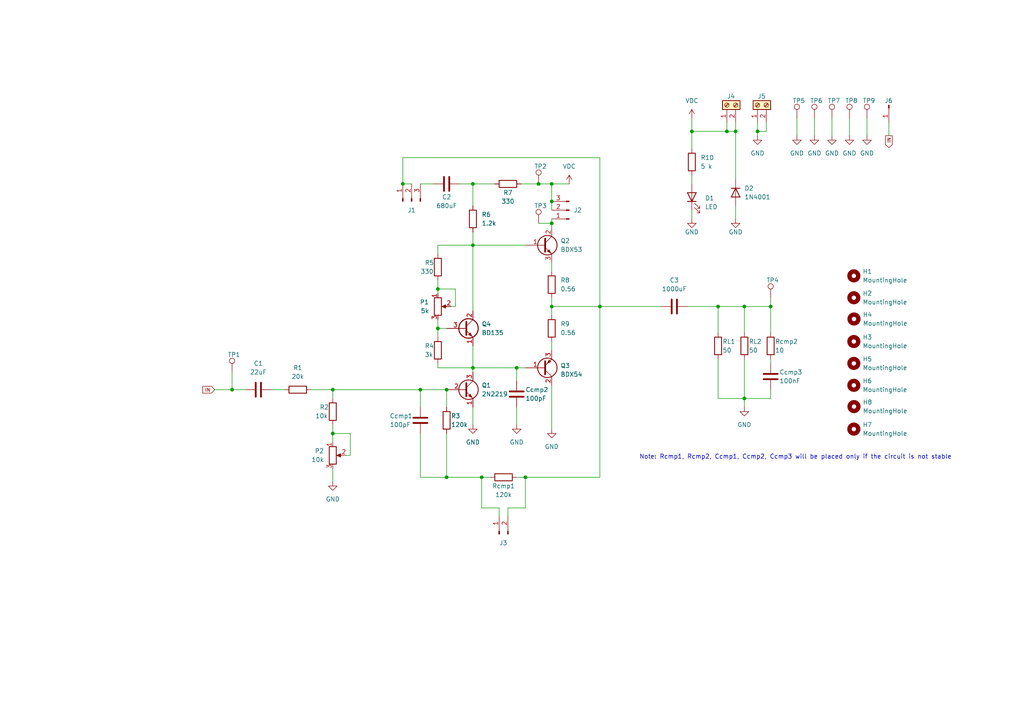
<source format=kicad_sch>
(kicad_sch (version 20230121) (generator eeschema)
  (paper "A4")
  (lib_symbols
    (symbol "Connector:Conn_01x01_Male" (pin_names (offset 1.016) hide)
      (property "Reference" "J" (at 0 2.54 0))
      (property "Value" "Conn_01x01_Male" (at 0 -2.54 0))
      (symbol "Conn_01x01_Male_1_1"
        (polyline (pts (xy 1.27 0) (xy 0.8636 0)) (stroke (width 0.1524)))
        (rectangle (start 0.8636 0.127) (end 0 -0.127) (stroke (width 0.1524)) (fill (type outline)))
        (pin passive line (at 5.08 0 180) (length 3.81) (name "Pin_1") (number "1"))
      )
    )
    (symbol "Connector:Conn_01x02_Male" (pin_names (offset 1.016) hide)
      (property "Reference" "J" (at 0 2.54 0))
      (property "Value" "Conn_01x02_Male" (at 0 -5.08 0))
      (symbol "Conn_01x02_Male_1_1"
        (polyline (pts (xy 1.27 -2.54) (xy 0.8636 -2.54)) (stroke (width 0.1524)))
        (polyline (pts (xy 1.27 0) (xy 0.8636 0)) (stroke (width 0.1524)))
        (rectangle (start 0.8636 -2.413) (end 0 -2.667) (stroke (width 0.1524)) (fill (type outline)))
        (rectangle (start 0.8636 0.127) (end 0 -0.127) (stroke (width 0.1524)) (fill (type outline)))
        (pin passive line (at 5.08 0 180) (length 3.81) (name "Pin_1") (number "1"))
        (pin passive line (at 5.08 -2.54 180) (length 3.81) (name "Pin_2") (number "2"))
      )
    )
    (symbol "Connector:Conn_01x03_Male" (pin_names (offset 1.016) hide)
      (property "Reference" "J" (at 0 5.08 0))
      (property "Value" "Conn_01x03_Male" (at 0 -5.08 0))
      (symbol "Conn_01x03_Male_1_1"
        (polyline (pts (xy 1.27 -2.54) (xy 0.8636 -2.54)) (stroke (width 0.1524)))
        (polyline (pts (xy 1.27 0) (xy 0.8636 0)) (stroke (width 0.1524)))
        (polyline (pts (xy 1.27 2.54) (xy 0.8636 2.54)) (stroke (width 0.1524)))
        (rectangle (start 0.8636 -2.413) (end 0 -2.667) (stroke (width 0.1524)) (fill (type outline)))
        (rectangle (start 0.8636 0.127) (end 0 -0.127) (stroke (width 0.1524)) (fill (type outline)))
        (rectangle (start 0.8636 2.667) (end 0 2.413) (stroke (width 0.1524)) (fill (type outline)))
        (pin passive line (at 5.08 2.54 180) (length 3.81) (name "Pin_1") (number "1"))
        (pin passive line (at 5.08 0 180) (length 3.81) (name "Pin_2") (number "2"))
        (pin passive line (at 5.08 -2.54 180) (length 3.81) (name "Pin_3") (number "3"))
      )
    )
    (symbol "Connector:Screw_Terminal_01x02" (pin_names (offset 1.016) hide)
      (property "Reference" "J" (at 0 2.54 0))
      (property "Value" "Screw_Terminal_01x02" (at 0 -5.08 0))
      (symbol "Screw_Terminal_01x02_1_1"
        (rectangle (start -1.27 1.27) (end 1.27 -3.81) (stroke (width 0.254)) (fill (type background)))
        (circle (center 0 -2.54) (radius 0.635) (stroke (width 0.1524)))
        (polyline (pts (xy -0.5334 -2.2098) (xy 0.3302 -3.048)) (stroke (width 0.1524)))
        (polyline (pts (xy -0.5334 0.3302) (xy 0.3302 -0.508)) (stroke (width 0.1524)))
        (polyline (pts (xy -0.3556 -2.032) (xy 0.508 -2.8702)) (stroke (width 0.1524)))
        (polyline (pts (xy -0.3556 0.508) (xy 0.508 -0.3302)) (stroke (width 0.1524)))
        (circle (center 0 0) (radius 0.635) (stroke (width 0.1524)))
        (pin passive line (at -5.08 0 0) (length 3.81) (name "Pin_1") (number "1"))
        (pin passive line (at -5.08 -2.54 0) (length 3.81) (name "Pin_2") (number "2"))
      )
    )
    (symbol "Connector:TestPoint" (pin_numbers hide) (pin_names (offset 0.762) hide)
      (property "Reference" "TP" (at 0 6.858 0))
      (property "Value" "TestPoint" (at 0 5.08 0))
      (symbol "TestPoint_0_1"
        (circle (center 0 3.302) (radius 0.762))
      )
      (symbol "TestPoint_1_1"
        (pin passive line (at 0 0 90) (length 2.54) (name "1") (number "1"))
      )
    )
    (symbol "Device:C" (pin_numbers hide) (pin_names (offset 0.254))
      (property "Reference" "C" (at 0.635 2.54 0))
      (property "Value" "C" (at 0.635 -2.54 0))
      (symbol "C_0_1"
        (polyline (pts (xy -2.032 -0.762) (xy 2.032 -0.762)) (stroke (width 0.508)))
        (polyline (pts (xy -2.032 0.762) (xy 2.032 0.762)) (stroke (width 0.508)))
      )
      (symbol "C_1_1"
        (pin passive line (at 0 3.81 270) (length 2.794) (name "~") (number "1"))
        (pin passive line (at 0 -3.81 90) (length 2.794) (name "~") (number "2"))
      )
    )
    (symbol "Device:D" (pin_numbers hide) (pin_names (offset 1.016) hide)
      (property "Reference" "D" (at 0 2.54 0))
      (property "Value" "D" (at 0 -2.54 0))
      (symbol "D_0_1"
        (polyline (pts (xy -1.27 1.27) (xy -1.27 -1.27)) (stroke (width 0.254)))
        (polyline (pts (xy 1.27 0) (xy -1.27 0)))
        (polyline (pts (xy 1.27 1.27) (xy 1.27 -1.27) (xy -1.27 0) (xy 1.27 1.27)) (stroke (width 0.254)))
      )
      (symbol "D_1_1"
        (pin passive line (at -3.81 0 0) (length 2.54) (name "K") (number "1"))
        (pin passive line (at 3.81 0 180) (length 2.54) (name "A") (number "2"))
      )
    )
    (symbol "Device:LED" (pin_numbers hide) (pin_names (offset 1.016) hide)
      (property "Reference" "D" (at 0 2.54 0))
      (property "Value" "LED" (at 0 -2.54 0))
      (symbol "LED_0_1"
        (polyline (pts (xy -1.27 -1.27) (xy -1.27 1.27)) (stroke (width 0.254)))
        (polyline (pts (xy -1.27 0) (xy 1.27 0)))
        (polyline (pts (xy 1.27 -1.27) (xy 1.27 1.27) (xy -1.27 0) (xy 1.27 -1.27)) (stroke (width 0.254)))
        (polyline (pts (xy -3.048 -0.762) (xy -4.572 -2.286) (xy -3.81 -2.286) (xy -4.572 -2.286) (xy -4.572 -1.524)))
        (polyline (pts (xy -1.778 -0.762) (xy -3.302 -2.286) (xy -2.54 -2.286) (xy -3.302 -2.286) (xy -3.302 -1.524)))
      )
      (symbol "LED_1_1"
        (pin passive line (at -3.81 0 0) (length 2.54) (name "K") (number "1"))
        (pin passive line (at 3.81 0 180) (length 2.54) (name "A") (number "2"))
      )
    )
    (symbol "Device:Q_NPN_BCE" (pin_names (offset 0) hide)
      (property "Reference" "Q" (at 5.08 1.27 0))
      (property "Value" "Q_NPN_BCE" (at 5.08 -1.27 0))
      (symbol "Q_NPN_BCE_0_1"
        (polyline (pts (xy 0.635 0.635) (xy 2.54 2.54)))
        (polyline (pts (xy 0.635 -0.635) (xy 2.54 -2.54) (xy 2.54 -2.54)))
        (polyline (pts (xy 0.635 1.905) (xy 0.635 -1.905) (xy 0.635 -1.905)) (stroke (width 0.508)))
        (polyline (pts (xy 1.27 -1.778) (xy 1.778 -1.27) (xy 2.286 -2.286) (xy 1.27 -1.778) (xy 1.27 -1.778)) (fill (type outline)))
        (circle (center 1.27 0) (radius 2.8194) (stroke (width 0.254)))
      )
      (symbol "Q_NPN_BCE_1_1"
        (pin input line (at -5.08 0 0) (length 5.715) (name "B") (number "1"))
        (pin passive line (at 2.54 5.08 270) (length 2.54) (name "C") (number "2"))
        (pin passive line (at 2.54 -5.08 90) (length 2.54) (name "E") (number "3"))
      )
    )
    (symbol "Device:Q_PNP_BCE" (pin_names (offset 0) hide)
      (property "Reference" "Q" (at 5.08 1.27 0))
      (property "Value" "Q_PNP_BCE" (at 5.08 -1.27 0))
      (symbol "Q_PNP_BCE_0_1"
        (polyline (pts (xy 0.635 0.635) (xy 2.54 2.54)))
        (polyline (pts (xy 0.635 -0.635) (xy 2.54 -2.54) (xy 2.54 -2.54)))
        (polyline (pts (xy 0.635 1.905) (xy 0.635 -1.905) (xy 0.635 -1.905)) (stroke (width 0.508)))
        (polyline (pts (xy 2.286 -1.778) (xy 1.778 -2.286) (xy 1.27 -1.27) (xy 2.286 -1.778) (xy 2.286 -1.778)) (fill (type outline)))
        (circle (center 1.27 0) (radius 2.8194) (stroke (width 0.254)))
      )
      (symbol "Q_PNP_BCE_1_1"
        (pin input line (at -5.08 0 0) (length 5.715) (name "B") (number "1"))
        (pin passive line (at 2.54 5.08 270) (length 2.54) (name "C") (number "2"))
        (pin passive line (at 2.54 -5.08 90) (length 2.54) (name "E") (number "3"))
      )
    )
    (symbol "Device:R" (pin_numbers hide) (pin_names (offset 0))
      (property "Reference" "R" (at 2.032 0 90))
      (property "Value" "R" (at 0 0 90))
      (symbol "R_0_1"
        (rectangle (start -1.016 -2.54) (end 1.016 2.54) (stroke (width 0.254)))
      )
      (symbol "R_1_1"
        (pin passive line (at 0 3.81 270) (length 1.27) (name "~") (number "1"))
        (pin passive line (at 0 -3.81 90) (length 1.27) (name "~") (number "2"))
      )
    )
    (symbol "Device:R_Potentiometer" (pin_names (offset 1.016) hide)
      (property "Reference" "RV" (at -4.445 0 90))
      (property "Value" "R_Potentiometer" (at -2.54 0 90))
      (symbol "R_Potentiometer_0_1"
        (polyline (pts (xy 2.54 0) (xy 1.524 0)))
        (polyline (pts (xy 1.143 0) (xy 2.286 0.508) (xy 2.286 -0.508) (xy 1.143 0)) (fill (type outline)))
        (rectangle (start 1.016 2.54) (end -1.016 -2.54) (stroke (width 0.254)))
      )
      (symbol "R_Potentiometer_1_1"
        (pin passive line (at 0 3.81 270) (length 1.27) (name "1") (number "1"))
        (pin passive line (at 3.81 0 180) (length 1.27) (name "2") (number "2"))
        (pin passive line (at 0 -3.81 90) (length 1.27) (name "3") (number "3"))
      )
    )
    (symbol "Mechanical:MountingHole" (pin_names (offset 1.016))
      (property "Reference" "H" (at 0 5.08 0))
      (property "Value" "MountingHole" (at 0 3.175 0))
      (symbol "MountingHole_0_1"
        (circle (center 0 0) (radius 1.27) (stroke (width 1.27)))
      )
    )
    (symbol "Transistor_BJT:2N2219" (pin_names (offset 0) hide)
      (property "Reference" "Q" (at 5.08 1.905 0))
      (property "Value" "2N2219" (at 5.08 0 0))
      (symbol "2N2219_0_1"
        (polyline (pts (xy 0.635 0.635) (xy 2.54 2.54)))
        (polyline (pts (xy 0.635 -0.635) (xy 2.54 -2.54) (xy 2.54 -2.54)))
        (polyline (pts (xy 0.635 1.905) (xy 0.635 -1.905) (xy 0.635 -1.905)) (stroke (width 0.508)))
        (polyline (pts (xy 1.27 -1.778) (xy 1.778 -1.27) (xy 2.286 -2.286) (xy 1.27 -1.778) (xy 1.27 -1.778)) (fill (type outline)))
        (circle (center 1.27 0) (radius 2.8194) (stroke (width 0.254)))
      )
      (symbol "2N2219_1_1"
        (pin passive line (at 2.54 -5.08 90) (length 2.54) (name "E") (number "1"))
        (pin passive line (at -5.08 0 0) (length 5.715) (name "B") (number "2"))
        (pin passive line (at 2.54 5.08 270) (length 2.54) (name "C") (number "3"))
      )
    )
    (symbol "Transistor_BJT:BD135" (pin_names (offset 0) hide)
      (property "Reference" "Q" (at 5.08 1.905 0))
      (property "Value" "BD135" (at 5.08 0 0))
      (symbol "BD135_0_1"
        (polyline (pts (xy 0 0) (xy 0.635 0)))
        (polyline (pts (xy 2.54 -2.54) (xy 0.635 -0.635)))
        (polyline (pts (xy 2.54 2.54) (xy 0.635 0.635)))
        (polyline (pts (xy 0.635 1.905) (xy 0.635 -1.905) (xy 0.635 -1.905)) (stroke (width 0.508)) (fill (type outline)))
        (polyline (pts (xy 1.2446 -1.778) (xy 1.7526 -1.27) (xy 2.286 -2.286) (xy 1.2446 -1.778) (xy 1.2446 -1.778)) (fill (type outline)))
        (circle (center 1.27 0) (radius 2.8194) (stroke (width 0.3048)))
      )
      (symbol "BD135_1_1"
        (pin passive line (at 2.54 -5.08 90) (length 2.54) (name "E") (number "1"))
        (pin passive line (at 2.54 5.08 270) (length 2.54) (name "C") (number "2"))
        (pin input line (at -5.08 0 0) (length 5.08) (name "B") (number "3"))
      )
    )
    (symbol "power:GND" (power) (pin_names (offset 0))
      (property "Value" "GND" (at 0 -3.81 0))
      (symbol "GND_0_1"
        (polyline (pts (xy 0 0) (xy 0 -1.27) (xy 1.27 -1.27) (xy 0 -2.54) (xy -1.27 -1.27) (xy 0 -1.27)))
      )
      (symbol "GND_1_1"
        (pin power_in line (at 0 0 270) (length 0) hide (name "GND") (number "1"))
      )
    )
    (symbol "power:VDC" (power) (pin_names (offset 0))
      (property "Value" "VDC" (at 0 6.35 0))
      (symbol "VDC_0_1"
        (polyline (pts (xy -0.762 1.27) (xy 0 2.54)))
        (polyline (pts (xy 0 0) (xy 0 2.54)))
        (polyline (pts (xy 0 2.54) (xy 0.762 1.27)))
      )
      (symbol "VDC_1_1"
        (pin power_in line (at 0 0 90) (length 0) hide (name "VDC") (number "1"))
      )
    )
  )
  (junction (at 149.86 106.68))
  (junction (at 160.02 53.34))
  (junction (at 160.02 64.77))
  (junction (at 160.02 58.42))
  (junction (at 121.92 113.03))
  (junction (at 137.16 53.34))
  (junction (at 96.52 113.03))
  (junction (at 208.28 88.9))
  (junction (at 139.7 138.43))
  (junction (at 160.02 88.9))
  (junction (at 223.52 88.9))
  (junction (at 127 95.25))
  (junction (at 215.9 115.57))
  (junction (at 67.31 113.03))
  (junction (at 129.54 113.03))
  (junction (at 219.71 38.1))
  (junction (at 116.84 53.34))
  (junction (at 137.16 71.12))
  (junction (at 173.99 88.9))
  (junction (at 156.21 53.34))
  (junction (at 200.66 38.1))
  (junction (at 210.82 38.1))
  (junction (at 129.54 138.43))
  (junction (at 152.4 138.43))
  (junction (at 137.16 106.68))
  (junction (at 96.52 125.73))
  (junction (at 127 83.82))
  (junction (at 213.36 38.1))
  (junction (at 215.9 88.9))
  (wire (pts (xy 173.99 45.72) (xy 173.99 88.9)))
  (wire (pts (xy 160.02 86.36) (xy 160.02 88.9)))
  (wire (pts (xy 127 81.28) (xy 127 83.82)))
  (wire (pts (xy 127 95.25) (xy 127 97.79)))
  (wire (pts (xy 132.08 83.82) (xy 127 83.82)))
  (wire (pts (xy 160.02 63.5) (xy 160.02 64.77)))
  (wire (pts (xy 149.86 106.68) (xy 152.4 106.68)))
  (wire (pts (xy 121.92 125.73) (xy 121.92 138.43)))
  (wire (pts (xy 129.54 138.43) (xy 139.7 138.43)))
  (wire (pts (xy 149.86 138.43) (xy 152.4 138.43)))
  (wire (pts (xy 144.78 149.86) (xy 144.78 147.32)))
  (wire (pts (xy 219.71 38.1) (xy 219.71 39.37)))
  (wire (pts (xy 139.7 138.43) (xy 142.24 138.43)))
  (wire (pts (xy 160.02 64.77) (xy 160.02 66.04)))
  (wire (pts (xy 137.16 100.33) (xy 137.16 106.68)))
  (wire (pts (xy 208.28 88.9) (xy 215.9 88.9)))
  (wire (pts (xy 223.52 113.03) (xy 223.52 115.57)))
  (wire (pts (xy 160.02 99.06) (xy 160.02 101.6)))
  (wire (pts (xy 137.16 118.11) (xy 137.16 123.19)))
  (wire (pts (xy 78.74 113.03) (xy 82.55 113.03)))
  (wire (pts (xy 96.52 135.89) (xy 96.52 139.7)))
  (wire (pts (xy 160.02 76.2) (xy 160.02 78.74)))
  (wire (pts (xy 231.14 34.29) (xy 231.14 39.37)))
  (wire (pts (xy 127 92.71) (xy 127 95.25)))
  (wire (pts (xy 213.36 38.1) (xy 213.36 52.07)))
  (wire (pts (xy 127 105.41) (xy 127 106.68)))
  (wire (pts (xy 90.17 113.03) (xy 96.52 113.03)))
  (wire (pts (xy 137.16 53.34) (xy 143.51 53.34)))
  (wire (pts (xy 200.66 60.96) (xy 200.66 63.5)))
  (wire (pts (xy 210.82 38.1) (xy 210.82 35.56)))
  (wire (pts (xy 137.16 59.69) (xy 137.16 53.34)))
  (wire (pts (xy 208.28 115.57) (xy 215.9 115.57)))
  (wire (pts (xy 100.33 132.08) (xy 101.6 132.08)))
  (wire (pts (xy 223.52 88.9) (xy 215.9 88.9)))
  (wire (pts (xy 127 106.68) (xy 137.16 106.68)))
  (wire (pts (xy 137.16 106.68) (xy 137.16 107.95)))
  (wire (pts (xy 96.52 123.19) (xy 96.52 125.73)))
  (wire (pts (xy 213.36 35.56) (xy 213.36 38.1)))
  (wire (pts (xy 222.25 35.56) (xy 222.25 38.1)))
  (wire (pts (xy 101.6 125.73) (xy 96.52 125.73)))
  (wire (pts (xy 121.92 113.03) (xy 129.54 113.03)))
  (wire (pts (xy 160.02 53.34) (xy 165.1 53.34)))
  (wire (pts (xy 129.54 125.73) (xy 129.54 138.43)))
  (wire (pts (xy 160.02 111.76) (xy 160.02 124.46)))
  (wire (pts (xy 147.32 147.32) (xy 152.4 147.32)))
  (wire (pts (xy 213.36 38.1) (xy 210.82 38.1)))
  (wire (pts (xy 127 71.12) (xy 137.16 71.12)))
  (wire (pts (xy 125.73 53.34) (xy 121.92 53.34)))
  (wire (pts (xy 116.84 53.34) (xy 116.84 45.72)))
  (wire (pts (xy 200.66 43.18) (xy 200.66 38.1)))
  (wire (pts (xy 223.52 115.57) (xy 215.9 115.57)))
  (wire (pts (xy 96.52 125.73) (xy 96.52 128.27)))
  (wire (pts (xy 208.28 88.9) (xy 208.28 96.52)))
  (wire (pts (xy 173.99 88.9) (xy 191.77 88.9)))
  (wire (pts (xy 223.52 96.52) (xy 223.52 88.9)))
  (wire (pts (xy 236.22 34.29) (xy 236.22 39.37)))
  (wire (pts (xy 219.71 35.56) (xy 219.71 38.1)))
  (wire (pts (xy 160.02 58.42) (xy 160.02 53.34)))
  (wire (pts (xy 152.4 138.43) (xy 173.99 138.43)))
  (wire (pts (xy 160.02 88.9) (xy 160.02 91.44)))
  (wire (pts (xy 121.92 113.03) (xy 121.92 118.11)))
  (wire (pts (xy 137.16 106.68) (xy 149.86 106.68)))
  (wire (pts (xy 257.81 35.56) (xy 257.81 39.37)))
  (wire (pts (xy 160.02 88.9) (xy 173.99 88.9)))
  (wire (pts (xy 156.21 64.77) (xy 160.02 64.77)))
  (wire (pts (xy 96.52 113.03) (xy 121.92 113.03)))
  (wire (pts (xy 62.23 113.03) (xy 67.31 113.03)))
  (wire (pts (xy 215.9 104.14) (xy 215.9 115.57)))
  (wire (pts (xy 241.3 34.29) (xy 241.3 39.37)))
  (wire (pts (xy 246.38 34.29) (xy 246.38 39.37)))
  (wire (pts (xy 130.81 88.9) (xy 132.08 88.9)))
  (wire (pts (xy 132.08 88.9) (xy 132.08 83.82)))
  (wire (pts (xy 137.16 67.31) (xy 137.16 71.12)))
  (wire (pts (xy 147.32 149.86) (xy 147.32 147.32)))
  (wire (pts (xy 101.6 132.08) (xy 101.6 125.73)))
  (wire (pts (xy 127 73.66) (xy 127 71.12)))
  (wire (pts (xy 152.4 147.32) (xy 152.4 138.43)))
  (wire (pts (xy 200.66 34.29) (xy 200.66 38.1)))
  (wire (pts (xy 213.36 59.69) (xy 213.36 63.5)))
  (wire (pts (xy 251.46 34.29) (xy 251.46 39.37)))
  (wire (pts (xy 67.31 113.03) (xy 71.12 113.03)))
  (wire (pts (xy 200.66 38.1) (xy 210.82 38.1)))
  (wire (pts (xy 119.38 53.34) (xy 116.84 53.34)))
  (wire (pts (xy 137.16 71.12) (xy 137.16 90.17)))
  (wire (pts (xy 222.25 38.1) (xy 219.71 38.1)))
  (wire (pts (xy 137.16 71.12) (xy 152.4 71.12)))
  (wire (pts (xy 160.02 58.42) (xy 160.02 60.96)))
  (wire (pts (xy 160.02 53.34) (xy 156.21 53.34)))
  (wire (pts (xy 149.86 106.68) (xy 149.86 110.49)))
  (wire (pts (xy 139.7 147.32) (xy 139.7 138.43)))
  (wire (pts (xy 200.66 50.8) (xy 200.66 53.34)))
  (wire (pts (xy 121.92 138.43) (xy 129.54 138.43)))
  (wire (pts (xy 127 83.82) (xy 127 85.09)))
  (wire (pts (xy 96.52 113.03) (xy 96.52 115.57)))
  (wire (pts (xy 149.86 118.11) (xy 149.86 123.19)))
  (wire (pts (xy 67.31 107.95) (xy 67.31 113.03)))
  (wire (pts (xy 116.84 45.72) (xy 173.99 45.72)))
  (wire (pts (xy 199.39 88.9) (xy 208.28 88.9)))
  (wire (pts (xy 223.52 104.14) (xy 223.52 105.41)))
  (wire (pts (xy 208.28 104.14) (xy 208.28 115.57)))
  (wire (pts (xy 129.54 113.03) (xy 129.54 118.11)))
  (wire (pts (xy 223.52 86.36) (xy 223.52 88.9)))
  (wire (pts (xy 133.35 53.34) (xy 137.16 53.34)))
  (wire (pts (xy 129.54 95.25) (xy 127 95.25)))
  (wire (pts (xy 215.9 115.57) (xy 215.9 118.11)))
  (wire (pts (xy 173.99 88.9) (xy 173.99 138.43)))
  (wire (pts (xy 144.78 147.32) (xy 139.7 147.32)))
  (wire (pts (xy 156.21 53.34) (xy 151.13 53.34)))
  (wire (pts (xy 215.9 88.9) (xy 215.9 96.52)))
  (text "Note: Rcmp1, Rcmp2, Ccmp1, Ccmp2, Ccmp3 will be placed only if the circuit is not stable" (at 185.42 133.35 0) (effects (font (size 1.27 1.27)) (justify left bottom)))
  (global_label "IN" (shape output) (at 257.81 39.37 270) (effects (font (size 1 1))) (property "Intersheetrefs" "${INTERSHEET_REFS}" (effects hide)))
  (global_label "IN" (shape input) (at 62.23 113.03 180) (effects (font (size 1 1))) (property "Intersheetrefs" "${INTERSHEET_REFS}" (effects hide)))
  (symbol (lib_id "Connector:TestPoint") (at 231.14 34.29 0) (unit 1)
    (property "Reference" "TP5" (at 229.87 29.21 0) (effects (justify left)))
    (property "Value" "TestPoint" (effects hide))
    (property "Footprint" "User_Footprints_Global:TestPoint" (effects hide))
  )
  (symbol (lib_id "power:VDC") (at 165.1 53.34 0) (unit 1)
    (property "Reference" "#PWR05" (effects hide))
    (property "Value" "VDC" (at 165.1 48.26 0))
  )
  (symbol (lib_id "Mechanical:MountingHole") (at 247.6944 92.5264 0) (unit 1)
    (property "Reference" "H4" (at 250.2344 91.2563 0) (effects (justify left)))
    (property "Value" "MountingHole" (at 250.2344 93.7963 0) (effects (justify left)))
    (property "Footprint" "MountingHole:MountingHole_3.2mm_M3_ISO7380_Pad_TopBottom" (effects hide))
  )
  (symbol (lib_id "Device:R") (at 160.02 95.25 0) (unit 1)
    (property "Reference" "R9" (at 162.56 93.9799 0) (effects (justify left)))
    (property "Value" "0.56" (at 162.56 96.5199 0) (effects (justify left)))
    (property "Footprint" "Resistor_THT:R_Axial_DIN0516_L15.5mm_D5.0mm_P20.32mm_Horizontal" (effects hide))
  )
  (symbol (lib_id "Device:R") (at 86.36 113.03 90) (unit 1)
    (property "Reference" "R1" (at 86.36 106.68 90))
    (property "Value" "20k" (at 86.36 109.22 90))
    (property "Footprint" "Resistor_THT:R_Axial_DIN0207_L6.3mm_D2.5mm_P10.16mm_Horizontal" (effects hide))
  )
  (symbol (lib_id "power:VDC") (at 200.66 34.29 0) (unit 1)
    (property "Reference" "#PWR06" (effects hide))
    (property "Value" "VDC" (at 200.66 29.21 0))
  )
  (symbol (lib_id "Mechanical:MountingHole") (at 247.65 124.46 0) (unit 1)
    (property "Reference" "H7" (at 250.19 123.1899 0) (effects (justify left)))
    (property "Value" "MountingHole" (at 250.19 125.7299 0) (effects (justify left)))
    (property "Footprint" "MountingHole:MountingHole_3.2mm_M3" (effects hide))
  )
  (symbol (lib_id "power:GND") (at 236.22 39.37 0) (unit 1)
    (property "Reference" "#PWR010" (effects hide))
    (property "Value" "GND" (at 236.22 44.45 0))
  )
  (symbol (lib_id "Connector:Conn_01x03_Male") (at 165.1 60.96 180) (unit 1)
    (property "Reference" "J2" (at 166.37 60.9599 0) (effects (justify right)))
    (property "Value" "Conn_01x03_Male" (effects hide))
    (property "Footprint" "Connector_PinHeader_2.54mm:PinHeader_1x03_P2.54mm_Vertical" (effects hide))
  )
  (symbol (lib_id "Device:R") (at 147.32 53.34 270) (unit 1)
    (property "Reference" "R7" (at 147.32 55.88 90))
    (property "Value" "330" (at 147.32 58.42 90))
    (property "Footprint" "Resistor_THT:R_Axial_DIN0207_L6.3mm_D2.5mm_P10.16mm_Horizontal" (effects hide))
  )
  (symbol (lib_id "Connector:TestPoint") (at 241.3 34.29 0) (unit 1)
    (property "Reference" "TP7" (at 240.03 29.21 0) (effects (justify left)))
    (property "Value" "TestPoint" (effects hide))
    (property "Footprint" "User_Footprints_Global:TestPoint" (effects hide))
  )
  (symbol (lib_id "Device:R") (at 215.9 100.33 180) (unit 1)
    (property "Reference" "RL2" (at 217.17 99.06 0) (effects (justify right)))
    (property "Value" "50" (at 217.17 101.6 0) (effects (justify right)))
    (property "Footprint" "User_Footprints_Global:Power resistor 50R" (effects hide))
  )
  (symbol (lib_id "power:GND") (at 241.3 39.37 0) (unit 1)
    (property "Reference" "#PWR011" (effects hide))
    (property "Value" "GND" (at 241.3 44.45 0))
  )
  (symbol (lib_id "Connector:Screw_Terminal_01x02") (at 219.71 30.48 90) (unit 1)
    (property "Reference" "J5" (at 219.71 27.94 90) (effects (justify right)))
    (property "Value" "Screw_Terminal_01x02" (effects hide))
    (property "Footprint" "TerminalBlock_Phoenix:TerminalBlock_Phoenix_MKDS-1,5-2_1x02_P5.00mm_Horizontal" (effects hide))
  )
  (symbol (lib_id "Device:C") (at 195.58 88.9 90) (unit 1)
    (property "Reference" "C3" (at 195.58 81.28 90))
    (property "Value" "1000uF" (at 195.58 83.82 90))
    (property "Footprint" "Capacitor_THT:C_Radial_D10.0mm_H16.0mm_P5.00mm" (effects hide))
  )
  (symbol (lib_id "Device:R") (at 160.02 82.55 0) (unit 1)
    (property "Reference" "R8" (at 162.56 81.2799 0) (effects (justify left)))
    (property "Value" "0.56" (at 162.56 83.8199 0) (effects (justify left)))
    (property "Footprint" "Resistor_THT:R_Axial_DIN0516_L15.5mm_D5.0mm_P20.32mm_Horizontal" (effects hide))
  )
  (symbol (lib_id "Mechanical:MountingHole") (at 247.65 111.76 0) (unit 1)
    (property "Reference" "H6" (at 250.19 110.4899 0) (effects (justify left)))
    (property "Value" "MountingHole" (at 250.19 113.0299 0) (effects (justify left)))
    (property "Footprint" "MountingHole:MountingHole_3.2mm_M3" (effects hide))
  )
  (symbol (lib_id "power:GND") (at 200.66 63.5 0) (unit 1)
    (property "Reference" "#PWR013" (effects hide))
    (property "Value" "GND" (at 200.66 67.31 0))
  )
  (symbol (lib_id "Device:R") (at 137.16 63.5 180) (unit 1)
    (property "Reference" "R6" (at 139.7 62.2299 0) (effects (justify right)))
    (property "Value" "1.2k" (at 139.7 64.7699 0) (effects (justify right)))
    (property "Footprint" "Resistor_THT:R_Axial_DIN0207_L6.3mm_D2.5mm_P10.16mm_Horizontal" (effects hide))
  )
  (symbol (lib_id "Device:R") (at 96.52 119.38 180) (unit 1)
    (property "Reference" "R2" (at 92.71 118.11 0) (effects (justify right)))
    (property "Value" "10k" (at 91.44 120.65 0) (effects (justify right)))
    (property "Footprint" "Resistor_THT:R_Axial_DIN0207_L6.3mm_D2.5mm_P10.16mm_Horizontal" (effects hide))
  )
  (symbol (lib_id "Connector:TestPoint") (at 156.21 64.77 0) (unit 1)
    (property "Reference" "TP3" (at 154.94 59.69 0) (effects (justify left)))
    (property "Value" "TestPoint" (effects hide))
    (property "Footprint" "User_Footprints_Global:Kesytone TP Multipurpose 5013" (effects hide))
  )
  (symbol (lib_id "Device:C") (at 129.54 53.34 270) (unit 1)
    (property "Reference" "C2" (at 129.54 57.15 90))
    (property "Value" "680uF" (at 129.54 59.69 90))
    (property "Footprint" "Capacitor_THT:C_Radial_D10.0mm_H20.0mm_P5.00mm" (effects hide))
  )
  (symbol (lib_id "Device:R_Potentiometer") (at 127 88.9 0) (unit 1)
    (property "Reference" "P1" (at 124.46 87.6299 0) (effects (justify right)))
    (property "Value" "5k" (at 124.46 90.1699 0) (effects (justify right)))
    (property "Footprint" "User_Footprints_Global:Custom Potentiometer footprint" (effects hide))
  )
  (symbol (lib_id "Device:R") (at 129.54 121.92 0) (unit 1)
    (property "Reference" "R3" (at 130.81 120.65 0) (effects (justify left)))
    (property "Value" "120k" (at 130.81 123.19 0) (effects (justify left)))
    (property "Footprint" "Resistor_THT:R_Axial_DIN0207_L6.3mm_D2.5mm_P10.16mm_Horizontal" (effects hide))
  )
  (symbol (lib_id "Transistor_BJT:2N2219") (at 134.62 113.03 0) (unit 1)
    (property "Reference" "Q1" (at 139.7 111.7599 0) (effects (justify left)))
    (property "Value" "2N2219" (at 139.7 114.2999 0) (effects (justify left)))
    (property "Footprint" "Package_TO_SOT_THT:TO-39-3" (effects hide))
    (property "Datasheet" "http://www.onsemi.com/pub_link/Collateral/2N2219-D.PDF" (effects hide))
  )
  (symbol (lib_id "Connector:Conn_01x01_Male") (at 257.81 30.48 270) (unit 1)
    (property "Reference" "J6" (at 256.54 29.21 90) (effects (justify left)))
    (property "Value" "Conn_01x01_Male" (effects hide))
    (property "Footprint" "User_Footprints_Global:TestPoint" (effects hide))
  )
  (symbol (lib_id "Device:R") (at 208.28 100.33 180) (unit 1)
    (property "Reference" "RL1" (at 209.55 99.06 0) (effects (justify right)))
    (property "Value" "50" (at 209.55 101.6 0) (effects (justify right)))
    (property "Footprint" "User_Footprints_Global:Power resistor 50R" (effects hide))
  )
  (symbol (lib_id "power:GND") (at 251.46 39.37 0) (unit 1)
    (property "Reference" "#PWR0101" (effects hide))
    (property "Value" "GND" (at 251.46 44.45 0))
  )
  (symbol (lib_id "Connector:Conn_01x03_Male") (at 119.38 58.42 90) (unit 1)
    (property "Reference" "J1" (at 119.38 60.96 90))
    (property "Value" "Conn_01x03_Male" (effects hide))
    (property "Footprint" "Connector_PinHeader_2.54mm:PinHeader_1x03_P2.54mm_Vertical" (effects hide))
  )
  (symbol (lib_id "power:GND") (at 149.86 123.19 0) (unit 1)
    (property "Reference" "#PWR03" (effects hide))
    (property "Value" "GND" (at 149.86 128.27 0))
  )
  (symbol (lib_id "Mechanical:MountingHole") (at 247.65 86.36 0) (unit 1)
    (property "Reference" "H2" (at 250.19 85.0899 0) (effects (justify left)))
    (property "Value" "MountingHole" (at 250.19 87.6299 0) (effects (justify left)))
    (property "Footprint" "MountingHole:MountingHole_3.2mm_M3_ISO7380_Pad_TopBottom" (effects hide))
  )
  (symbol (lib_id "Device:R") (at 223.52 100.33 180) (unit 1)
    (property "Reference" "Rcmp2" (at 224.79 99.06 0) (effects (justify right)))
    (property "Value" "10" (at 224.79 101.6 0) (effects (justify right)))
    (property "Footprint" "Resistor_THT:R_Axial_DIN0207_L6.3mm_D2.5mm_P10.16mm_Horizontal" (effects hide))
  )
  (symbol (lib_id "Mechanical:MountingHole") (at 247.6944 117.9264 0) (unit 1)
    (property "Reference" "H8" (at 250.2344 116.6563 0) (effects (justify left)))
    (property "Value" "MountingHole" (at 250.2344 119.1963 0) (effects (justify left)))
    (property "Footprint" "MountingHole:MountingHole_3.2mm_M3" (effects hide))
  )
  (symbol (lib_id "power:GND") (at 213.36 63.5 0) (unit 1)
    (property "Reference" "#PWR014" (effects hide))
    (property "Value" "GND" (at 213.36 67.31 0))
  )
  (symbol (lib_id "Connector:TestPoint") (at 67.31 107.95 0) (unit 1)
    (property "Reference" "TP1" (at 66.04 102.87 0) (effects (justify left)))
    (property "Value" "TestPoint" (effects hide))
    (property "Footprint" "User_Footprints_Global:Kesytone TP Multipurpose 5013" (effects hide))
  )
  (symbol (lib_id "Device:R") (at 200.66 46.99 0) (unit 1)
    (property "Reference" "R10" (at 203.2 45.7199 0) (effects (justify left)))
    (property "Value" "5 k" (at 203.2 48.2599 0) (effects (justify left)))
    (property "Footprint" "Resistor_THT:R_Axial_DIN0207_L6.3mm_D2.5mm_P10.16mm_Horizontal" (effects hide))
  )
  (symbol (lib_id "Device:D") (at 213.36 55.88 270) (unit 1)
    (property "Reference" "D2" (at 215.9 54.6099 90) (effects (justify left)))
    (property "Value" "1N4001" (at 215.9 57.1499 90) (effects (justify left)))
    (property "Footprint" "Diode_THT:D_DO-41_SOD81_P10.16mm_Horizontal" (effects hide))
  )
  (symbol (lib_id "Connector:Conn_01x02_Male") (at 144.78 154.94 90) (unit 1)
    (property "Reference" "J3" (at 144.78 157.48 90) (effects (justify right)))
    (property "Value" "Conn_01x02_Male" (effects hide))
    (property "Footprint" "Connector_PinHeader_2.54mm:PinHeader_1x02_P2.54mm_Vertical" (effects hide))
  )
  (symbol (lib_id "Device:C") (at 223.52 109.22 180) (unit 1)
    (property "Reference" "Ccmp3" (at 226.06 107.95 0) (effects (justify right)))
    (property "Value" "100nF" (at 226.06 110.49 0) (effects (justify right)))
    (property "Footprint" "Capacitor_THT:C_Disc_D6.0mm_W2.5mm_P5.00mm" (effects hide))
  )
  (symbol (lib_id "Device:R") (at 127 77.47 180) (unit 1)
    (property "Reference" "R5" (at 123.19 76.2 0) (effects (justify right)))
    (property "Value" "330" (at 121.92 78.74 0) (effects (justify right)))
    (property "Footprint" "Resistor_THT:R_Axial_DIN0207_L6.3mm_D2.5mm_P10.16mm_Horizontal" (effects hide))
  )
  (symbol (lib_id "Connector:TestPoint") (at 246.38 34.29 0) (unit 1)
    (property "Reference" "TP8" (at 245.11 29.21 0) (effects (justify left)))
    (property "Value" "TestPoint" (effects hide))
    (property "Footprint" "User_Footprints_Global:TestPoint" (effects hide))
  )
  (symbol (lib_id "power:GND") (at 160.02 124.46 0) (unit 1)
    (property "Reference" "#PWR04" (effects hide))
    (property "Value" "GND" (at 160.02 129.54 0))
  )
  (symbol (lib_id "Mechanical:MountingHole") (at 247.65 99.06 0) (unit 1)
    (property "Reference" "H3" (at 250.19 97.7899 0) (effects (justify left)))
    (property "Value" "MountingHole" (at 250.19 100.3299 0) (effects (justify left)))
    (property "Footprint" "MountingHole:MountingHole_3.2mm_M3_ISO7380_Pad_TopBottom" (effects hide))
  )
  (symbol (lib_id "power:GND") (at 96.52 139.7 0) (unit 1)
    (property "Reference" "#PWR01" (effects hide))
    (property "Value" "GND" (at 96.52 144.78 0))
  )
  (symbol (lib_id "Device:Q_NPN_BCE") (at 157.48 71.12 0) (unit 1)
    (property "Reference" "Q2" (at 162.56 69.8499 0) (effects (justify left)))
    (property "Value" "BDX53" (at 162.56 72.3899 0) (effects (justify left)))
    (property "Footprint" "Package_TO_SOT_THT:TO-220-3_Vertical" (effects hide))
  )
  (symbol (lib_id "Device:R") (at 146.05 138.43 90) (unit 1)
    (property "Reference" "Rcmp1" (at 146.05 140.97 90))
    (property "Value" "120k" (at 146.05 143.51 90))
    (property "Footprint" "Resistor_THT:R_Axial_DIN0207_L6.3mm_D2.5mm_P10.16mm_Horizontal" (effects hide))
  )
  (symbol (lib_id "Mechanical:MountingHole") (at 247.65 105.41 0) (unit 1)
    (property "Reference" "H5" (at 250.19 104.1399 0) (effects (justify left)))
    (property "Value" "MountingHole" (at 250.19 106.6799 0) (effects (justify left)))
    (property "Footprint" "MountingHole:MountingHole_3.2mm_M3" (effects hide))
  )
  (symbol (lib_id "Device:C") (at 149.86 114.3 180) (unit 1)
    (property "Reference" "Ccmp2" (at 152.4 113.03 0) (effects (justify right)))
    (property "Value" "100pF" (at 152.4 115.57 0) (effects (justify right)))
    (property "Footprint" "Capacitor_THT:C_Disc_D3.0mm_W2.0mm_P2.50mm" (effects hide))
  )
  (symbol (lib_id "power:GND") (at 246.38 39.37 0) (unit 1)
    (property "Reference" "#PWR012" (effects hide))
    (property "Value" "GND" (at 246.38 44.45 0))
  )
  (symbol (lib_id "Connector:TestPoint") (at 251.46 34.29 0) (unit 1)
    (property "Reference" "TP9" (at 250.19 29.21 0) (effects (justify left)))
    (property "Value" "TestPoint" (effects hide))
    (property "Footprint" "User_Footprints_Global:TestPoint" (effects hide))
  )
  (symbol (lib_id "Device:C") (at 121.92 121.92 180) (unit 1)
    (property "Reference" "Ccmp1" (at 113.03 120.65 0) (effects (justify right)))
    (property "Value" "100pF" (at 113.03 123.19 0) (effects (justify right)))
    (property "Footprint" "Capacitor_THT:C_Disc_D3.0mm_W2.0mm_P2.50mm" (effects hide))
  )
  (symbol (lib_id "Device:R") (at 127 101.6 180) (unit 1)
    (property "Reference" "R4" (at 123.19 100.33 0) (effects (justify right)))
    (property "Value" "3k" (at 123.19 102.87 0) (effects (justify right)))
    (property "Footprint" "Resistor_THT:R_Axial_DIN0207_L6.3mm_D2.5mm_P10.16mm_Horizontal" (effects hide))
  )
  (symbol (lib_id "Transistor_BJT:BD135") (at 134.62 95.25 0) (unit 1)
    (property "Reference" "Q4" (at 139.7 93.9799 0) (effects (justify left)))
    (property "Value" "BD135" (at 139.7 96.5199 0) (effects (justify left)))
    (property "Footprint" "Package_TO_SOT_THT:TO-126-3_Vertical" (effects hide))
    (property "Datasheet" "http://www.st.com/internet/com/TECHNICAL_RESOURCES/TECHNICAL_LITERATURE/DATASHEET/CD00001225.pdf" (effects hide))
  )
  (symbol (lib_id "Connector:TestPoint") (at 223.52 86.36 0) (unit 1)
    (property "Reference" "TP4" (at 222.25 81.28 0) (effects (justify left)))
    (property "Value" "TestPoint" (effects hide))
    (property "Footprint" "User_Footprints_Global:Kesytone TP Multipurpose 5013" (effects hide))
  )
  (symbol (lib_id "Mechanical:MountingHole") (at 247.65 80.01 0) (unit 1)
    (property "Reference" "H1" (at 250.19 78.7399 0) (effects (justify left)))
    (property "Value" "MountingHole" (at 250.19 81.2799 0) (effects (justify left)))
    (property "Footprint" "MountingHole:MountingHole_3.2mm_M3_ISO7380_Pad_TopBottom" (effects hide))
  )
  (symbol (lib_id "power:GND") (at 219.71 39.37 0) (unit 1)
    (property "Reference" "#PWR08" (effects hide))
    (property "Value" "GND" (at 219.71 44.45 0))
  )
  (symbol (lib_id "Connector:TestPoint") (at 236.22 34.29 0) (unit 1)
    (property "Reference" "TP6" (at 234.95 29.21 0) (effects (justify left)))
    (property "Value" "TestPoint" (effects hide))
    (property "Footprint" "User_Footprints_Global:TestPoint" (effects hide))
  )
  (symbol (lib_id "Device:Q_PNP_BCE") (at 157.48 106.68 0) (mirror x) (unit 1)
    (property "Reference" "Q3" (at 162.56 106.045 0) (effects (justify left)))
    (property "Value" "BDX54" (at 162.56 108.585 0) (effects (justify left)))
    (property "Footprint" "Package_TO_SOT_THT:TO-220-3_Vertical" (effects hide))
  )
  (symbol (lib_id "Connector:TestPoint") (at 156.21 53.34 0) (unit 1)
    (property "Reference" "TP2" (at 154.94 48.26 0) (effects (justify left)))
    (property "Value" "TestPoint" (effects hide))
    (property "Footprint" "User_Footprints_Global:Kesytone TP Multipurpose 5013" (effects hide))
  )
  (symbol (lib_id "power:GND") (at 215.9 118.11 0) (unit 1)
    (property "Reference" "#PWR07" (effects hide))
    (property "Value" "GND" (at 215.9 123.19 0))
  )
  (symbol (lib_id "Device:LED") (at 200.66 57.15 90) (unit 1)
    (property "Reference" "D1" (at 204.47 57.4674 90) (effects (justify right)))
    (property "Value" "LED" (at 204.47 60.0074 90) (effects (justify right)))
    (property "Footprint" "LED_THT:LED_D5.0mm" (effects hide))
  )
  (symbol (lib_id "power:GND") (at 231.14 39.37 0) (unit 1)
    (property "Reference" "#PWR09" (effects hide))
    (property "Value" "GND" (at 231.14 44.45 0))
  )
  (symbol (lib_id "Device:C") (at 74.93 113.03 90) (unit 1)
    (property "Reference" "C1" (at 74.93 105.41 90))
    (property "Value" "22uF" (at 74.93 107.95 90))
    (property "Footprint" "Capacitor_THT:C_Radial_D5.0mm_H11.0mm_P2.00mm" (effects hide))
  )
  (symbol (lib_id "power:GND") (at 137.16 123.19 0) (unit 1)
    (property "Reference" "#PWR02" (effects hide))
    (property "Value" "GND" (at 137.16 128.27 0))
  )
  (symbol (lib_id "Device:R_Potentiometer") (at 96.52 132.08 0) (unit 1)
    (property "Reference" "P2" (at 93.98 130.8099 0) (effects (justify right)))
    (property "Value" "10k" (at 93.98 133.3499 0) (effects (justify right)))
    (property "Footprint" "User_Footprints_Global:Custom Potentiometer footprint" (effects hide))
  )
  (symbol (lib_id "Connector:Screw_Terminal_01x02") (at 210.82 30.48 90) (unit 1)
    (property "Reference" "J4" (at 210.82 27.94 90) (effects (justify right)))
    (property "Value" "Screw_Terminal_01x02" (effects hide))
    (property "Footprint" "TerminalBlock_Phoenix:TerminalBlock_Phoenix_MKDS-1,5-2_1x02_P5.00mm_Horizontal" (effects hide))
  )
)
</source>
